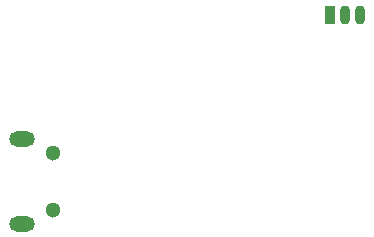
<source format=gtp>
%TF.GenerationSoftware,KiCad,Pcbnew,(6.0.2-0)*%
%TF.CreationDate,2022-04-08T22:13:10+02:00*%
%TF.ProjectId,main,6d61696e-2e6b-4696-9361-645f70636258,rev?*%
%TF.SameCoordinates,Original*%
%TF.FileFunction,Paste,Top*%
%TF.FilePolarity,Positive*%
%FSLAX46Y46*%
G04 Gerber Fmt 4.6, Leading zero omitted, Abs format (unit mm)*
G04 Created by KiCad (PCBNEW (6.0.2-0)) date 2022-04-08 22:13:10*
%MOMM*%
%LPD*%
G01*
G04 APERTURE LIST*
%ADD10C,1.300000*%
%ADD11O,2.200000X1.300000*%
%ADD12R,0.900000X1.600000*%
%ADD13O,0.900000X1.600000*%
G04 APERTURE END LIST*
D10*
%TO.C,U4*%
X96965000Y-97483200D03*
D11*
X94295000Y-96308200D03*
X94295000Y-103508200D03*
D10*
X96965000Y-102333200D03*
%TD*%
D12*
%TO.C,U1*%
X120396000Y-85852000D03*
D13*
X121666000Y-85852000D03*
X122936000Y-85852000D03*
%TD*%
M02*

</source>
